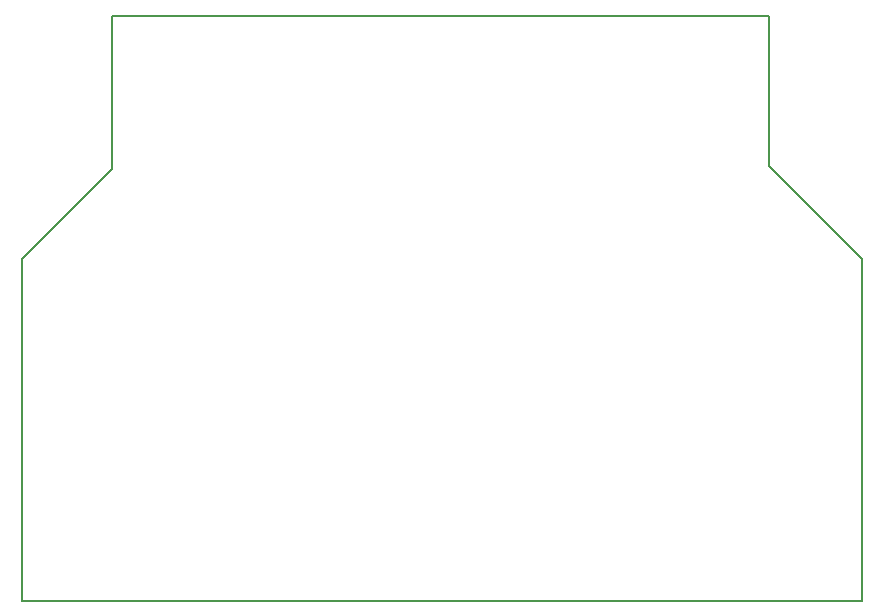
<source format=gko>
G04 FreePCB version 1.200*
G04 \\DISKSTATION\museum\Computers\RK86\Clones\Apogey BK-01\RomDisk\My\CAM\top_copper.grb*
G04 top copper layer *
G04 Scale: 100 percent, Rotated: No, Reflected: No *
%FSLAX26Y26*%
%MOIN*%
%LNTop*%
%ADD10C,0.005000*%
%ADD11R,0.055000X0.055000*%
%ADD12C,0.055000*%
%ADD13C,0.075000*%
%ADD14C,0.028000*%
%ADD15C,0.010000*%
G90*
G70D02*

G04 ----------------------- Draw board outline (positive)*
%LPD*%
G54D10*
G01X2310000Y4140000D02*
G01X4490000Y4140000D01*
G04 end of side 1*
G01X4490000Y3640000D01*
G04 end of side 2*
G01X4800000Y3330000D01*
G04 end of side 3*
G01X4800000Y2190000D01*
G04 end of side 4*
G01X2000000Y2190000D01*
G04 end of side 5*
G01X2000000Y3330000D01*
G04 end of side 6*
G01X2300000Y3630000D01*
G04 end of side 7*
G01X2300000Y4140000D01*
G04 end of side 8*
G01X2320000Y4140000D01*
G04 end of side 9*
G01X2310000Y4140000D01*


</source>
